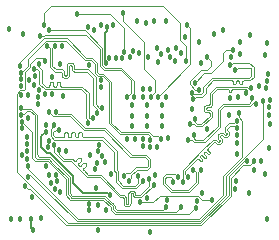
<source format=gbr>
G04 #@! TF.GenerationSoftware,KiCad,Pcbnew,5.0.2+dfsg1-1~bpo9+1*
G04 #@! TF.CreationDate,2019-10-21T14:30:37+02:00*
G04 #@! TF.ProjectId,zglue-dragon-adapter,7a676c75-652d-4647-9261-676f6e2d6164,rev?*
G04 #@! TF.SameCoordinates,Original*
G04 #@! TF.FileFunction,Copper,L3,Inr*
G04 #@! TF.FilePolarity,Positive*
%FSLAX46Y46*%
G04 Gerber Fmt 4.6, Leading zero omitted, Abs format (unit mm)*
G04 Created by KiCad (PCBNEW 5.0.2+dfsg1-1~bpo9+1) date Mon 21 Oct 2019 02:30:37 PM CEST*
%MOMM*%
%LPD*%
G01*
G04 APERTURE LIST*
G04 #@! TA.AperFunction,ViaPad*
%ADD10C,0.457000*%
G04 #@! TD*
G04 #@! TA.AperFunction,Conductor*
%ADD11C,0.110000*%
G04 #@! TD*
G04 #@! TA.AperFunction,Conductor*
%ADD12C,0.150000*%
G04 #@! TD*
G04 #@! TA.AperFunction,Conductor*
%ADD13C,0.100000*%
G04 #@! TD*
G04 APERTURE END LIST*
D10*
G04 #@! TO.N,GND*
X12550000Y-8920000D03*
X12550000Y-10720000D03*
X13800000Y-10720000D03*
X11300000Y-10720000D03*
X11300000Y-8920000D03*
X13800000Y-8920000D03*
X13800000Y-9820000D03*
X11300000Y-9820000D03*
X12550000Y-9820000D03*
X19000000Y-2520000D03*
X13150000Y-1820000D03*
X14150000Y-1820000D03*
X11650000Y-1820000D03*
X1920000Y-10860000D03*
X7710000Y-13160000D03*
X5680000Y-12820000D03*
X19440000Y-9750000D03*
X7660000Y-5490000D03*
X17140000Y-5350000D03*
X22610000Y-7470000D03*
X22220000Y-13630000D03*
X22540000Y-14740000D03*
X19525000Y-8295000D03*
X5325000Y-3920000D03*
X7530000Y-2270000D03*
X20020000Y-15980000D03*
X3302842Y-8227962D03*
X1892225Y-8096490D03*
X20230000Y-8250000D03*
X8630000Y-2110000D03*
X9640000Y-2150000D03*
X16796500Y-17027001D03*
X21630000Y-14380000D03*
X5190000Y-5400000D03*
X12760000Y-19620001D03*
X8727692Y-13206674D03*
X16310000Y-9226500D03*
X4480000Y-7982216D03*
X3983498Y-10593498D03*
X8397353Y-17377353D03*
X9523510Y-14760000D03*
X8300000Y-13790000D03*
G04 #@! TO.N,/CSI_D2_IN_P*
X10555500Y-14919442D03*
X4246500Y-9500000D03*
G04 #@! TO.N,/CSI_D2_IN_N*
X10974607Y-15334607D03*
X4853500Y-9500000D03*
G04 #@! TO.N,/CSI_D3_IN_N*
X11745393Y-14925393D03*
X5114607Y-11034607D03*
G04 #@! TO.N,/CSI_D4_IN_N*
X5114607Y-12734607D03*
X12685393Y-15205393D03*
G04 #@! TO.N,/CSI_D4_IN_P*
X4685393Y-12305393D03*
X13114607Y-15634607D03*
G04 #@! TO.N,/CSI_D4_OUT_N*
X15124607Y-14985393D03*
X17090000Y-14380000D03*
G04 #@! TO.N,/CSI_D3_OUT_N*
X15984607Y-14985393D03*
X20120000Y-10873500D03*
G04 #@! TO.N,/3V3_SYS*
X8950000Y-13690000D03*
X9078521Y-5371269D03*
X20140000Y-11450000D03*
X20172576Y-13022673D03*
X3600000Y-18430000D03*
X9120000Y-2320000D03*
X7644993Y-17811501D03*
G04 #@! TO.N,/CSI_D3_IN_P*
X12174607Y-15354607D03*
X4685393Y-10605393D03*
G04 #@! TO.N,/2V5*
X14190000Y-16930000D03*
X4500000Y-6490000D03*
X990000Y-18540000D03*
X2583500Y-6770000D03*
G04 #@! TO.N,/1V8*
X18040000Y-16906922D03*
X11980000Y-17120000D03*
G04 #@! TO.N,/CSI_D4_OUT_P*
X14695393Y-15414607D03*
X16460000Y-14380000D03*
G04 #@! TO.N,/CSI_D3_OUT_P*
X15555393Y-15414607D03*
X20120000Y-10266500D03*
G04 #@! TO.N,/1V2*
X13170000Y-14860000D03*
X12493112Y-16763112D03*
G04 #@! TO.N,/LED3_ISINK*
X13343438Y-12476562D03*
X16710000Y-17660000D03*
X1980000Y-10310000D03*
G04 #@! TO.N,/LED1_ISINK*
X12170000Y-12390000D03*
X14150000Y-17570000D03*
X1892445Y-9190000D03*
G04 #@! TO.N,Net-(U1-PadM3)*
X11500000Y-11750000D03*
G04 #@! TO.N,/TMS*
X12770000Y-11870000D03*
X1856490Y-6184810D03*
G04 #@! TO.N,/VSENSE*
X12160000Y-11750000D03*
G04 #@! TO.N,/1V8_SYS*
X2390000Y-13480000D03*
X20090000Y-15340000D03*
G04 #@! TO.N,/LED2_ISINK*
X12756275Y-12476215D03*
X15400000Y-17570000D03*
X1900000Y-9750000D03*
G04 #@! TO.N,/EXTCLK_EN*
X10868367Y-11750000D03*
X7583257Y-17283083D03*
G04 #@! TO.N,/TDO*
X13690000Y-11780000D03*
X1814989Y-5628390D03*
G04 #@! TO.N,/3V3*
X8483978Y-12263510D03*
X21130000Y-16390000D03*
X2720000Y-18541491D03*
X2840000Y-19448500D03*
X8200000Y-15920000D03*
G04 #@! TO.N,/TDI*
X3390000Y-7650000D03*
X17177472Y-16347472D03*
G04 #@! TO.N,/PC_RDY*
X8387700Y-12786738D03*
X5150000Y-16280000D03*
G04 #@! TO.N,/TCK*
X20160000Y-12110000D03*
X1856490Y-6720000D03*
G04 #@! TO.N,/CSI_D2_OUT_N*
X16045393Y-11874607D03*
X21790000Y-8790000D03*
G04 #@! TO.N,/EXT_CLK*
X4410000Y-15540000D03*
X8110000Y-14340000D03*
G04 #@! TO.N,/I2C_0_SCL*
X14321498Y-11730000D03*
X4232064Y-11938786D03*
G04 #@! TO.N,/CSI_D2_OUT_P*
X16474607Y-11445393D03*
X21420000Y-8300000D03*
G04 #@! TO.N,/PWR_BTN*
X2451479Y-9990000D03*
G04 #@! TO.N,/I2C_0_SDA*
X17653618Y-10900000D03*
X2400000Y-11570000D03*
X4137647Y-12462353D03*
G04 #@! TO.N,/CSI_D1_IN_N*
X7505393Y-10444607D03*
X3000000Y-5850000D03*
G04 #@! TO.N,/CSI_D1_OUT_N*
X16195393Y-10504607D03*
X20930000Y-7920000D03*
G04 #@! TO.N,/CSI_D1_IN_P*
X7934607Y-10015393D03*
X3420000Y-5420000D03*
G04 #@! TO.N,/CSI_CLK_IN_P*
X8764607Y-9125393D03*
X4710000Y-3890000D03*
G04 #@! TO.N,/CSI_CLK_IN_N*
X8335393Y-9554607D03*
X4080000Y-3890000D03*
G04 #@! TO.N,/CSI_CLK_OUT_N*
X19974607Y-5974607D03*
X16376444Y-7882942D03*
G04 #@! TO.N,/CTRL_SO*
X22354377Y-8565698D03*
X2451479Y-14980000D03*
G04 #@! TO.N,/CTRL_SI*
X20320000Y-9580000D03*
X2451479Y-14040000D03*
G04 #@! TO.N,/CSI_OE*
X16570000Y-7020000D03*
X19830000Y-4220000D03*
G04 #@! TO.N,/CTRL_SCK*
X21590000Y-13680000D03*
X2970000Y-7220000D03*
X2210030Y-15769970D03*
X5458807Y-8151381D03*
G04 #@! TO.N,/CSI_CLK_OUT_P*
X16460000Y-8423500D03*
X19545393Y-5545393D03*
G04 #@! TO.N,/1V2_SYS_A*
X3963500Y-11160000D03*
X9094875Y-17769671D03*
X9410000Y-16481500D03*
X3273029Y-8779529D03*
G04 #@! TO.N,Net-(U1-PadD8)*
X14125000Y-8205000D03*
G04 #@! TO.N,/ULPM_WAKE*
X10875000Y-8220000D03*
X3500000Y-3020000D03*
G04 #@! TO.N,/PIO3*
X15850000Y-5210000D03*
X3850000Y-2120000D03*
G04 #@! TO.N,/2V5_SYS*
X3900000Y-7970000D03*
X3950000Y-14050000D03*
G04 #@! TO.N,/CSI_CLK_FP_N*
X16942947Y-7626529D03*
X17610000Y-4840000D03*
G04 #@! TO.N,/CSI_CLK_FP_P*
X8630000Y-7340000D03*
X16901453Y-3592653D03*
X8020000Y-2586500D03*
G04 #@! TO.N,/CSI_INT*
X13475000Y-8200000D03*
X2000000Y-2920000D03*
X3040000Y-6460000D03*
X15930000Y-2160000D03*
G04 #@! TO.N,/CTRL_OUT*
X11870000Y-4510000D03*
G04 #@! TO.N,/USB_D_N*
X13480000Y-5220000D03*
X4795075Y-14828425D03*
G04 #@! TO.N,/USB_D_P*
X13680000Y-4610000D03*
X4238075Y-14828425D03*
G04 #@! TO.N,/DBG_TX*
X15020000Y-4090000D03*
X1856490Y-7319481D03*
G04 #@! TO.N,/PROC_SCK*
X12175000Y-7525000D03*
X19650000Y-4820000D03*
X18225000Y-2922479D03*
G04 #@! TO.N,/MIPI_SEL*
X12850000Y-8225000D03*
X10460000Y-1100000D03*
G04 #@! TO.N,/PROC_SI*
X12825000Y-7525000D03*
X20400000Y-3570000D03*
G04 #@! TO.N,/PROC_OUT_0*
X10412988Y-4893263D03*
G04 #@! TO.N,/PROC_OUT_1*
X9870000Y-4910000D03*
G04 #@! TO.N,/I2C_1_SDA*
X14896480Y-5153657D03*
X2390000Y-12800000D03*
G04 #@! TO.N,/PROC_OUT_2*
X9330000Y-4890000D03*
G04 #@! TO.N,/USB_DET*
X11377176Y-4309597D03*
X2780000Y-16660000D03*
G04 #@! TO.N,/CTRL_SS*
X8599687Y-6808853D03*
X20960000Y-13660000D03*
X3926500Y-5180000D03*
G04 #@! TO.N,/PIO1*
X11475000Y-8215000D03*
X4200000Y-2591490D03*
G04 #@! TO.N,/CTRL_RST*
X12175000Y-8210000D03*
G04 #@! TO.N,/I2C_1_SCL*
X15400000Y-4520000D03*
X2400000Y-12190000D03*
X15762245Y-3108520D03*
G04 #@! TO.N,/1V2_SYS_B*
X8410000Y-19468500D03*
X22710000Y-18520000D03*
X12460000Y-1950000D03*
G04 #@! TO.N,/DONE*
X14460334Y-4827751D03*
X22870000Y-12560000D03*
X21225037Y-2944963D03*
G04 #@! TO.N,/DBG_RX*
X14310000Y-4210000D03*
X2420820Y-8034694D03*
G04 #@! TO.N,/PIO2*
X10600000Y-4390000D03*
X6580000Y-1170000D03*
G04 #@! TO.N,/PROC_SS*
X13340000Y-4100000D03*
X22025000Y-7320000D03*
G04 #@! TO.N,/PROC_RST*
X11120000Y-4820000D03*
G04 #@! TO.N,/PROC_SO*
X12596490Y-4820000D03*
X20400000Y-4570000D03*
G04 #@! TO.N,/VUSB*
X4906397Y-15348649D03*
X4707640Y-15980949D03*
G04 #@! TO.N,/1V2_SYS*
X1920000Y-13150000D03*
X880000Y-2500000D03*
X1780000Y-18541490D03*
G04 #@! TO.N,/CSI_D1_OUT_P*
X16624607Y-10075393D03*
X21380000Y-7470000D03*
G04 #@! TO.N,/E_PROC_SI*
X22710000Y-3690000D03*
G04 #@! TO.N,/E_PROC_SO*
X22560000Y-4690000D03*
G04 #@! TO.N,/E_PROC_SCK*
X22750000Y-6240000D03*
G04 #@! TO.N,/E_PROC_SS*
X22700000Y-6910000D03*
G04 #@! TO.N,/E_CTRL_SI*
X22920000Y-8500000D03*
G04 #@! TO.N,/E_CTRL_SO*
X22900000Y-9110000D03*
G04 #@! TO.N,/E_CTRL_SCK*
X22890000Y-9770000D03*
G04 #@! TO.N,/E_CTRL_SS*
X22940000Y-10490000D03*
G04 #@! TD*
D11*
G04 #@! TO.N,/CSI_D2_IN_P*
X11069057Y-14690943D02*
X10783999Y-14690943D01*
X11595000Y-14165000D02*
X11069057Y-14690943D01*
X6026517Y-9865011D02*
X7216506Y-11055000D01*
X7216506Y-11055000D02*
X8866506Y-11055000D01*
X4611511Y-9865011D02*
X6026517Y-9865011D01*
X12395000Y-13315000D02*
X12620000Y-13540000D01*
X12620000Y-14050000D02*
X12505000Y-14165000D01*
X10783999Y-14690943D02*
X10555500Y-14919442D01*
X4246500Y-9500000D02*
X4611511Y-9865011D01*
X12620000Y-13540000D02*
X12620000Y-14050000D01*
X8866506Y-11055000D02*
X11126506Y-13315000D01*
X12505000Y-14165000D02*
X11595000Y-14165000D01*
X11126506Y-13315000D02*
X12395000Y-13315000D01*
G04 #@! TO.N,/CSI_D2_IN_N*
X11667542Y-14375000D02*
X11203106Y-14839436D01*
X11203106Y-14839436D02*
X11203106Y-15106108D01*
X4853500Y-9500000D02*
X5033500Y-9680000D01*
X12556645Y-14375000D02*
X11667542Y-14375000D01*
X5033500Y-9680000D02*
X6138494Y-9680000D01*
X11203106Y-15106108D02*
X10974607Y-15334607D01*
X8953494Y-10845000D02*
X11238483Y-13129989D01*
X12805011Y-14126634D02*
X12556645Y-14375000D01*
X12471634Y-13129989D02*
X12805011Y-13463366D01*
X12805011Y-13463366D02*
X12805011Y-14126634D01*
X11238483Y-13129989D02*
X12471634Y-13129989D01*
X7303494Y-10845000D02*
X8953494Y-10845000D01*
X6138494Y-9680000D02*
X7303494Y-10845000D01*
G04 #@! TO.N,/CSI_D3_IN_N*
X6645082Y-11600146D02*
X6673523Y-11582275D01*
X6546621Y-11611240D02*
X6580000Y-11615000D01*
X6144854Y-11263694D02*
X6162725Y-11235253D01*
X6514917Y-11600146D02*
X6546621Y-11611240D01*
X4791460Y-11034607D02*
X4605000Y-11221067D01*
X6486476Y-11582275D02*
X6514917Y-11600146D01*
X6415145Y-11263694D02*
X6426239Y-11295398D01*
X6462725Y-11558524D02*
X6486476Y-11582275D01*
X5826239Y-11295398D02*
X5830000Y-11328776D01*
X5614917Y-11193631D02*
X5646621Y-11182537D01*
X6433760Y-11498379D02*
X6444854Y-11530083D01*
X6426239Y-11295398D02*
X6430000Y-11328776D01*
X6280000Y-11178776D02*
X6313378Y-11182537D01*
X6246621Y-11182537D02*
X6280000Y-11178776D01*
X5886476Y-11582275D02*
X5914917Y-11600146D01*
X6345082Y-11193631D02*
X6373523Y-11211502D01*
X6162725Y-11235253D02*
X6186476Y-11211502D01*
X6133760Y-11295398D02*
X6144854Y-11263694D01*
X6126239Y-11498379D02*
X6130000Y-11465000D01*
X6744854Y-11263694D02*
X6762725Y-11235253D01*
X5914917Y-11600146D02*
X5946621Y-11611240D01*
X5680000Y-11178776D02*
X5713378Y-11182537D01*
X6430000Y-11465000D02*
X6433760Y-11498379D01*
X5862725Y-11558524D02*
X5886476Y-11582275D01*
X5980000Y-11615000D02*
X6013378Y-11611240D01*
X6313378Y-11182537D02*
X6345082Y-11193631D01*
X5830000Y-11328776D02*
X5830000Y-11465000D01*
X6115145Y-11530083D02*
X6126239Y-11498379D01*
X5713378Y-11182537D02*
X5745082Y-11193631D01*
X6097274Y-11558524D02*
X6115145Y-11530083D01*
X5815145Y-11263694D02*
X5826239Y-11295398D01*
X5530000Y-11328776D02*
X5533760Y-11295398D01*
X6762725Y-11235253D02*
X6786476Y-11211502D01*
X5797274Y-11235253D02*
X5815145Y-11263694D01*
X5773523Y-11211502D02*
X5797274Y-11235253D01*
X6397274Y-11235253D02*
X6415145Y-11263694D01*
X6373523Y-11211502D02*
X6397274Y-11235253D01*
X5830000Y-11465000D02*
X5833760Y-11498379D01*
X5515145Y-11530083D02*
X5526239Y-11498379D01*
X5646621Y-11182537D02*
X5680000Y-11178776D01*
X4605000Y-11221067D02*
X4605000Y-11476506D01*
X6130000Y-11465000D02*
X6130000Y-11328776D01*
X6430000Y-11328776D02*
X6430000Y-11465000D01*
X5497274Y-11558524D02*
X5515145Y-11530083D01*
X5833760Y-11498379D02*
X5844854Y-11530083D01*
X6673523Y-11582275D02*
X6697274Y-11558524D01*
X5844854Y-11530083D02*
X5862725Y-11558524D01*
X5745082Y-11193631D02*
X5773523Y-11211502D01*
X6697274Y-11558524D02*
X6715145Y-11530083D01*
X6073523Y-11582275D02*
X6097274Y-11558524D01*
X4743494Y-11615000D02*
X5380000Y-11615000D01*
X4605000Y-11476506D02*
X4743494Y-11615000D01*
X6045082Y-11600146D02*
X6073523Y-11582275D01*
X6186476Y-11211502D02*
X6214917Y-11193631D01*
X11745393Y-15504607D02*
X11745393Y-14925393D01*
X6013378Y-11611240D02*
X6045082Y-11600146D01*
X5114607Y-11034607D02*
X4791460Y-11034607D01*
X5445082Y-11600146D02*
X5473523Y-11582275D01*
X11515000Y-15735000D02*
X11745393Y-15504607D01*
X6214917Y-11193631D02*
X6246621Y-11182537D01*
X7086476Y-11582275D02*
X7114917Y-11600146D01*
X5586476Y-11211502D02*
X5614917Y-11193631D01*
X8783494Y-11615000D02*
X9975000Y-12806506D01*
X6580000Y-11615000D02*
X6613378Y-11611240D01*
X5413378Y-11611240D02*
X5445082Y-11600146D01*
X5946621Y-11611240D02*
X5980000Y-11615000D01*
X6613378Y-11611240D02*
X6645082Y-11600146D01*
X6444854Y-11530083D02*
X6462725Y-11558524D01*
X6726239Y-11498379D02*
X6730000Y-11465000D01*
X6130000Y-11328776D02*
X6133760Y-11295398D01*
X5533760Y-11295398D02*
X5544854Y-11263694D01*
X7044854Y-11530083D02*
X7062725Y-11558524D01*
X7180000Y-11615000D02*
X8783494Y-11615000D01*
X5530000Y-11465000D02*
X5530000Y-11328776D01*
X7062725Y-11558524D02*
X7086476Y-11582275D01*
X5562725Y-11235253D02*
X5586476Y-11211502D01*
X5380000Y-11615000D02*
X5413378Y-11611240D01*
X5473523Y-11582275D02*
X5497274Y-11558524D01*
X5526239Y-11498379D02*
X5530000Y-11465000D01*
X6846621Y-11182537D02*
X6880000Y-11178776D01*
X5544854Y-11263694D02*
X5562725Y-11235253D01*
X6715145Y-11530083D02*
X6726239Y-11498379D01*
X6733760Y-11295398D02*
X6744854Y-11263694D01*
X6730000Y-11465000D02*
X6730000Y-11328776D01*
X6730000Y-11328776D02*
X6733760Y-11295398D01*
X6786476Y-11211502D02*
X6814917Y-11193631D01*
X6814917Y-11193631D02*
X6846621Y-11182537D01*
X6880000Y-11178776D02*
X6913378Y-11182537D01*
X6913378Y-11182537D02*
X6945082Y-11193631D01*
X6945082Y-11193631D02*
X6973523Y-11211502D01*
X6973523Y-11211502D02*
X6997274Y-11235253D01*
X6997274Y-11235253D02*
X7015145Y-11263694D01*
X7015145Y-11263694D02*
X7026239Y-11295398D01*
X7026239Y-11295398D02*
X7030000Y-11328776D01*
X7030000Y-11328776D02*
X7030000Y-11465000D01*
X7033760Y-11498379D02*
X7044854Y-11530083D01*
X7030000Y-11465000D02*
X7033760Y-11498379D01*
X7114917Y-11600146D02*
X7146621Y-11611240D01*
X7146621Y-11611240D02*
X7180000Y-11615000D01*
X9975000Y-12806506D02*
X9975000Y-14419263D01*
X9975000Y-14419263D02*
X10067022Y-14511285D01*
X10067022Y-14511285D02*
X10067022Y-15278528D01*
X10067022Y-15278528D02*
X10523494Y-15735000D01*
X10523494Y-15735000D02*
X11515000Y-15735000D01*
G04 #@! TO.N,/CSI_D4_IN_N*
X12685393Y-15774607D02*
X12685393Y-15205393D01*
X11950000Y-16510000D02*
X12685393Y-15774607D01*
X11556088Y-16510000D02*
X11950000Y-16510000D01*
X11549193Y-16507588D02*
X11551290Y-16508905D01*
X11546125Y-16503740D02*
X11547442Y-16505837D01*
X11526735Y-16314952D02*
X11540398Y-16353999D01*
X11504725Y-16279924D02*
X11526735Y-16314952D01*
X11440446Y-16228663D02*
X11475474Y-16250673D01*
X11059593Y-16228663D02*
X11098640Y-16215000D01*
X10995314Y-16279924D02*
X11024565Y-16250673D01*
X10973304Y-16314952D02*
X10995314Y-16279924D01*
X10955010Y-17199632D02*
X10955010Y-16395107D01*
X10952252Y-17224109D02*
X10955010Y-17199632D01*
X10944116Y-17247359D02*
X10952252Y-17224109D01*
X10931011Y-17268215D02*
X10944116Y-17247359D01*
X10913593Y-17285633D02*
X10931011Y-17268215D01*
X10845010Y-17309632D02*
X10869487Y-17306874D01*
X10759008Y-17268215D02*
X10776426Y-17285633D01*
X10745903Y-17247359D02*
X10759008Y-17268215D01*
X10735010Y-17199632D02*
X10737767Y-17224109D01*
X10735010Y-16787963D02*
X10735010Y-17199632D01*
X10674367Y-16614656D02*
X10707482Y-16667359D01*
X10630353Y-16570642D02*
X10674367Y-16614656D01*
X10577650Y-16537527D02*
X10630353Y-16570642D01*
X10457046Y-16510000D02*
X10518899Y-16516969D01*
X10737767Y-17224109D02*
X10745903Y-17247359D01*
X7177022Y-14438528D02*
X7563494Y-14825000D01*
X7134030Y-14349256D02*
X7141505Y-14382003D01*
X7134030Y-14315666D02*
X7134030Y-14349256D01*
X7141505Y-14282919D02*
X7134030Y-14315666D01*
X7156078Y-14252655D02*
X7141505Y-14282919D01*
X7177021Y-14226395D02*
X7156078Y-14252655D01*
X7338463Y-14064952D02*
X7177021Y-14226395D01*
X7381453Y-13975680D02*
X7373980Y-14008428D01*
X7381454Y-13942092D02*
X7381453Y-13975680D01*
X7373979Y-13909344D02*
X7381454Y-13942092D01*
X11139748Y-16210368D02*
X11360291Y-16210368D01*
X7359406Y-13879082D02*
X7373979Y-13909344D01*
X7338463Y-13852820D02*
X7359406Y-13879082D01*
X7312203Y-13831879D02*
X7338463Y-13852820D01*
X7281939Y-13817304D02*
X7312203Y-13831879D01*
X10707482Y-16667359D02*
X10728040Y-16726110D01*
X7249192Y-13809829D02*
X7281939Y-13817304D01*
X7126331Y-13852820D02*
X7152593Y-13831879D01*
X10290000Y-16510000D02*
X10457046Y-16510000D01*
X6964890Y-14014264D02*
X7126331Y-13852820D01*
X6938628Y-14035206D02*
X6964890Y-14014264D01*
X11545030Y-16395107D02*
X11545030Y-16498942D01*
X7563494Y-14825000D02*
X8605000Y-14825000D01*
X7373980Y-14008428D02*
X7359405Y-14038690D01*
X6949715Y-13485080D02*
X6957190Y-13517828D01*
X5114607Y-12734607D02*
X5114607Y-13057754D01*
X6451354Y-13632990D02*
X6484100Y-13625515D01*
X11545307Y-16501403D02*
X11546125Y-16503740D01*
X7359405Y-14038690D02*
X7338463Y-14064952D01*
X11401399Y-16215000D02*
X11440446Y-16228663D01*
X8605000Y-14825000D02*
X10290000Y-16510000D01*
X10728040Y-16726110D02*
X10735010Y-16787963D01*
X10892737Y-17298738D02*
X10913593Y-17285633D01*
X10959641Y-16353999D02*
X10973304Y-16314952D01*
X6173494Y-13435000D02*
X6328494Y-13590000D01*
X7215602Y-13809829D02*
X7249192Y-13809829D01*
X6949716Y-13584164D02*
X6935141Y-13614426D01*
X6385018Y-13625516D02*
X6417764Y-13632989D01*
X6857675Y-13393040D02*
X6887939Y-13407615D01*
X11551290Y-16508905D02*
X11553627Y-16509723D01*
X7152593Y-13831879D02*
X7182855Y-13817304D01*
X7182855Y-13817304D02*
X7215602Y-13809829D01*
X6842028Y-14057253D02*
X6875618Y-14057254D01*
X10955010Y-16395107D02*
X10959641Y-16353999D01*
X11475474Y-16250673D02*
X11504725Y-16279924D01*
X11098640Y-16215000D02*
X11139748Y-16210368D01*
X6957189Y-13551416D02*
X6949716Y-13584164D01*
X10797282Y-17298738D02*
X10820532Y-17306874D01*
X10820532Y-17306874D02*
X10845010Y-17309632D01*
X11547442Y-16505837D02*
X11549193Y-16507588D01*
X6702067Y-13428556D02*
X6728329Y-13407615D01*
X11545030Y-16498942D02*
X11545307Y-16501403D01*
X7141505Y-14382003D02*
X7156078Y-14412265D01*
X6779018Y-14035205D02*
X6809282Y-14049780D01*
X5114607Y-13057754D02*
X5491853Y-13435000D01*
X6728329Y-13407615D02*
X6758591Y-13393040D01*
X5491853Y-13435000D02*
X6173494Y-13435000D01*
X6328494Y-13590000D02*
X6354754Y-13610941D01*
X10518899Y-16516969D02*
X10577650Y-16537527D01*
X6354754Y-13610941D02*
X6385018Y-13625516D01*
X6417764Y-13632989D02*
X6451354Y-13632990D01*
X7156078Y-14412265D02*
X7177022Y-14438528D01*
X6484100Y-13625515D02*
X6514364Y-13610942D01*
X6514364Y-13610942D02*
X6540626Y-13590000D01*
X6824928Y-13385565D02*
X6857675Y-13393040D01*
X6540626Y-13590000D02*
X6702067Y-13428556D01*
X10776426Y-17285633D02*
X10797282Y-17298738D01*
X6758591Y-13393040D02*
X6791338Y-13385565D01*
X6791338Y-13385565D02*
X6824928Y-13385565D01*
X6887939Y-13407615D02*
X6914199Y-13428556D01*
X6709766Y-13891402D02*
X6709766Y-13924992D01*
X11360291Y-16210368D02*
X11401399Y-16215000D01*
X6914199Y-13428556D02*
X6935142Y-13454818D01*
X10869487Y-17306874D02*
X10892737Y-17298738D01*
X6935142Y-13454818D02*
X6949715Y-13485080D01*
X6957190Y-13517828D02*
X6957189Y-13551416D01*
X6935141Y-13614426D02*
X6914199Y-13640688D01*
X6709766Y-13924992D02*
X6717241Y-13957739D01*
X6914199Y-13640688D02*
X6752757Y-13802131D01*
X6717241Y-13957739D02*
X6731814Y-13988001D01*
X11540398Y-16353999D02*
X11545030Y-16395107D01*
X6752757Y-13802131D02*
X6731814Y-13828391D01*
X6731814Y-13828391D02*
X6717241Y-13858655D01*
X6717241Y-13858655D02*
X6709766Y-13891402D01*
X6731814Y-13988001D02*
X6752758Y-14014264D01*
X6752758Y-14014264D02*
X6779018Y-14035205D01*
X11024565Y-16250673D02*
X11059593Y-16228663D01*
X6809282Y-14049780D02*
X6842028Y-14057253D01*
X6875618Y-14057254D02*
X6908364Y-14049779D01*
X11553627Y-16509723D02*
X11556088Y-16510000D01*
X6908364Y-14049779D02*
X6938628Y-14035206D01*
G04 #@! TO.N,/CSI_D4_IN_P*
X11357607Y-16399542D02*
X11358924Y-16401639D01*
X11400324Y-16625455D02*
X11429575Y-16654706D01*
X11348962Y-16395378D02*
X11351422Y-16395656D01*
X11141115Y-16401639D02*
X11142432Y-16399542D01*
X11144183Y-16397791D02*
X11146280Y-16396474D01*
X11140020Y-16406436D02*
X11140297Y-16403976D01*
X11079377Y-17389985D02*
X11112492Y-17337282D01*
X11353759Y-16396474D02*
X11355856Y-16397791D01*
X11358924Y-16401639D02*
X11359742Y-16403976D01*
X11146280Y-16396474D02*
X11148617Y-16395656D01*
X11035363Y-17433999D02*
X11079377Y-17389985D01*
X10610642Y-17389985D02*
X10654656Y-17433999D01*
X11355856Y-16397791D02*
X11357607Y-16399542D01*
X10577527Y-17337282D02*
X10610642Y-17389985D01*
X11140020Y-17216678D02*
X11140020Y-16406436D01*
X10923909Y-17487672D02*
X10982660Y-17467114D01*
X10862056Y-17494642D02*
X10923909Y-17487672D01*
X11151078Y-16395378D02*
X11348962Y-16395378D01*
X10547242Y-16780532D02*
X10550000Y-16805010D01*
X8553356Y-15035000D02*
X10213366Y-16695011D01*
X11351422Y-16395656D02*
X11353759Y-16396474D01*
X11133050Y-17278531D02*
X11140020Y-17216678D01*
X10487727Y-16705903D02*
X10508583Y-16719008D01*
X10654656Y-17433999D02*
X10707359Y-17467114D01*
X7476506Y-15035000D02*
X8553356Y-15035000D01*
X10827963Y-17494642D02*
X10862056Y-17494642D01*
X10556969Y-17278531D02*
X10577527Y-17337282D01*
X11378314Y-16590427D02*
X11400324Y-16625455D01*
X4685393Y-12305393D02*
X4685393Y-12895393D01*
X5435000Y-13645000D02*
X6086506Y-13645000D01*
X11359742Y-16403976D02*
X11360020Y-16406436D01*
X11148617Y-16395656D02*
X11151078Y-16395378D01*
X10508583Y-16719008D02*
X10526001Y-16736426D01*
X10526001Y-16736426D02*
X10539106Y-16757282D01*
X10539106Y-16757282D02*
X10547242Y-16780532D01*
X10550000Y-16805010D02*
X10550000Y-17216678D01*
X11140297Y-16403976D02*
X11141115Y-16401639D01*
X10766110Y-17487672D02*
X10827963Y-17494642D01*
X10464477Y-16697767D02*
X10487727Y-16705903D01*
X10707359Y-17467114D02*
X10766110Y-17487672D01*
X11360020Y-16406436D02*
X11360020Y-16510272D01*
X11360020Y-16510272D02*
X11364651Y-16551380D01*
X10440000Y-16695010D02*
X10464477Y-16697767D01*
X11429575Y-16654706D02*
X11464603Y-16676716D01*
X11464603Y-16676716D02*
X11503650Y-16690379D01*
X11544758Y-16695010D02*
X12054203Y-16695011D01*
X11142432Y-16399542D02*
X11144183Y-16397791D01*
X11503650Y-16690379D02*
X11544758Y-16695010D01*
X12054203Y-16695011D02*
X13114607Y-15634607D01*
X10213366Y-16695011D02*
X10440000Y-16695010D01*
X10550000Y-17216678D02*
X10556969Y-17278531D01*
X11112492Y-17337282D02*
X11133050Y-17278531D01*
X10982660Y-17467114D02*
X11035363Y-17433999D01*
X11364651Y-16551380D02*
X11378314Y-16590427D01*
X4685393Y-12895393D02*
X5435000Y-13645000D01*
X6086506Y-13645000D02*
X7476506Y-15035000D01*
G04 #@! TO.N,/CSI_D4_OUT_N*
X13865000Y-15598151D02*
X14551860Y-16285011D01*
X14551860Y-16285011D02*
X16103483Y-16285011D01*
X16875000Y-15513494D02*
X16875000Y-14553500D01*
X16103483Y-16285011D02*
X16875000Y-15513494D01*
X13865000Y-15026506D02*
X13865000Y-15598151D01*
X14896108Y-14756894D02*
X14134612Y-14756894D01*
X15124607Y-14985393D02*
X14896108Y-14756894D01*
X14134612Y-14756894D02*
X13865000Y-15026506D01*
X16875000Y-14553500D02*
X17048500Y-14380000D01*
G04 #@! TO.N,/CSI_D3_OUT_N*
X15765393Y-14766179D02*
X15984607Y-14985393D01*
X15765393Y-14483101D02*
X15765393Y-14766179D01*
X16745119Y-13503376D02*
X16639054Y-13609440D01*
X16786571Y-13477332D02*
X16764378Y-13488019D01*
X16810585Y-13471850D02*
X16786571Y-13477332D01*
X16859231Y-13477333D02*
X16835217Y-13471850D01*
X16881424Y-13488020D02*
X16859231Y-13477333D01*
X17043334Y-13646030D02*
X16900682Y-13503378D01*
X17062592Y-13661388D02*
X17043334Y-13646030D01*
X17084786Y-13672075D02*
X17062592Y-13661388D01*
X17108801Y-13677556D02*
X17084786Y-13672075D01*
X17133433Y-13677556D02*
X17108801Y-13677556D01*
X17157446Y-13672076D02*
X17133433Y-13677556D01*
X17179640Y-13661387D02*
X17157446Y-13672076D01*
X17224943Y-13604578D02*
X17214256Y-13626771D01*
X17230425Y-13580564D02*
X17224943Y-13604578D01*
X17230425Y-13555932D02*
X17230425Y-13580564D01*
X17198897Y-13490467D02*
X17214255Y-13509725D01*
X17056244Y-13347814D02*
X17198897Y-13490467D01*
X17030199Y-13306363D02*
X17040888Y-13328555D01*
X17024718Y-13282348D02*
X17030199Y-13306363D01*
X17024718Y-13257716D02*
X17024718Y-13282348D01*
X17030200Y-13233701D02*
X17024718Y-13257716D01*
X17040887Y-13211509D02*
X17030200Y-13233701D01*
X17056244Y-13192250D02*
X17040887Y-13211509D01*
X17075503Y-13176894D02*
X17056244Y-13192250D01*
X17040888Y-13328555D02*
X17056244Y-13347814D01*
X17097696Y-13166207D02*
X17075503Y-13176894D01*
X17121710Y-13160725D02*
X17097696Y-13166207D01*
X19311327Y-11600853D02*
X19256090Y-11627453D01*
X19489443Y-11394100D02*
X19462841Y-11449339D01*
X18721432Y-11569968D02*
X18725447Y-11587559D01*
X19315400Y-10957956D02*
X19315400Y-10976000D01*
X17536068Y-13293453D02*
X17525381Y-13315646D01*
X19319416Y-10940363D02*
X19315400Y-10957956D01*
X19319415Y-10993591D02*
X19327244Y-11009848D01*
X19489443Y-11213246D02*
X19503084Y-11273020D01*
X17468571Y-13360951D02*
X17444558Y-13366431D01*
X19462842Y-11158009D02*
X19489443Y-11213246D01*
X19315400Y-10976000D02*
X19319415Y-10993591D01*
X18208386Y-12051395D02*
X18192129Y-12059225D01*
X17352013Y-13017430D02*
X17367369Y-13036689D01*
X19424616Y-11110075D02*
X19462842Y-11158009D01*
X17198898Y-13646029D02*
X17179640Y-13661387D01*
X17386628Y-12865769D02*
X17367369Y-12881125D01*
X17214256Y-13626771D02*
X17198898Y-13646029D01*
X18277869Y-12059225D02*
X18261612Y-12051396D01*
X19424615Y-11497273D02*
X19412743Y-11509144D01*
X17646968Y-12635466D02*
X17646968Y-12660098D01*
X16639054Y-13609440D02*
X15765393Y-14483101D01*
X18602349Y-12235065D02*
X18541041Y-12235064D01*
X19196317Y-11641097D02*
X19135009Y-11641096D01*
X16835217Y-13471850D02*
X16810585Y-13471850D01*
X19921500Y-10675000D02*
X19573494Y-10675000D01*
X18261612Y-12051396D02*
X18244021Y-12047380D01*
X19359261Y-11562627D02*
X19311327Y-11600853D01*
X17731051Y-13055306D02*
X17707036Y-13049825D01*
X19503085Y-11334328D02*
X19489443Y-11394100D01*
X17646968Y-12660098D02*
X17652449Y-12684113D01*
X17224942Y-13531918D02*
X17230425Y-13555932D01*
X17214255Y-13509725D02*
X17224942Y-13531918D01*
X17341324Y-12995238D02*
X17352013Y-13017430D01*
X19412743Y-11509144D02*
X19359261Y-11562627D01*
X18837989Y-11453412D02*
X18819945Y-11453413D01*
X17510023Y-13334904D02*
X17490765Y-13350262D01*
X17541550Y-13269439D02*
X17536068Y-13293453D01*
X17665584Y-13023780D02*
X17522932Y-12881128D01*
X19503084Y-11273020D02*
X19503085Y-11334328D01*
X18725448Y-11534331D02*
X18721432Y-11551924D01*
X17146342Y-13160725D02*
X17121710Y-13160725D01*
X18378097Y-12156594D02*
X18291977Y-12070474D01*
X18178021Y-12070475D02*
X18150558Y-12097937D01*
X17367369Y-12881125D02*
X17352012Y-12900384D01*
X19573494Y-10675000D02*
X19338494Y-10910000D01*
X18771989Y-11476507D02*
X18744526Y-11503968D01*
X19338494Y-10910000D02*
X19327244Y-10924108D01*
X20120000Y-10873500D02*
X19921500Y-10675000D01*
X19462841Y-11449339D02*
X19424615Y-11497273D01*
X18868873Y-12043307D02*
X18830647Y-12091241D01*
X17408821Y-12855082D02*
X17386628Y-12865769D01*
X17211807Y-13192253D02*
X17192549Y-13176895D01*
X17525381Y-13315646D02*
X17510023Y-13334904D01*
X17395911Y-13360950D02*
X17373717Y-13350263D01*
X17847193Y-12982328D02*
X17836506Y-13004521D01*
X18819945Y-11453413D02*
X18802354Y-11457427D01*
X18830648Y-11704043D02*
X18868874Y-11751977D01*
X19256090Y-11627453D02*
X19196317Y-11641097D01*
X19135009Y-11641096D02*
X19075236Y-11627454D01*
X19327244Y-10924108D02*
X19319416Y-10940363D01*
X19075236Y-11627454D02*
X19019999Y-11600852D01*
X19019999Y-11600852D02*
X18972065Y-11562626D01*
X18972065Y-11562626D02*
X18885945Y-11476506D01*
X18885945Y-11476506D02*
X18871837Y-11465257D01*
X17707036Y-13049825D02*
X17684842Y-13039138D01*
X18871837Y-11465257D02*
X18855580Y-11457428D01*
X17836505Y-12887475D02*
X17847192Y-12909668D01*
X18855580Y-11457428D02*
X18837989Y-11453412D01*
X18802354Y-11457427D02*
X18786097Y-11465257D01*
X18150558Y-12097937D02*
X17678494Y-12570000D01*
X18744526Y-11503968D02*
X18733276Y-11518076D01*
X18733276Y-11518076D02*
X18725448Y-11534331D01*
X17490765Y-13350262D02*
X17468571Y-13360951D01*
X18721432Y-11551924D02*
X18721432Y-11569968D01*
X18725447Y-11587559D02*
X18733276Y-11603816D01*
X18733276Y-11603816D02*
X18744527Y-11617922D01*
X17847192Y-12909668D02*
X17852675Y-12933682D01*
X18744527Y-11617922D02*
X18830648Y-11704043D01*
X18868874Y-11751977D02*
X18895475Y-11807214D01*
X18909117Y-11928296D02*
X18895475Y-11988068D01*
X17341325Y-12922576D02*
X17335843Y-12946591D01*
X17503674Y-12865770D02*
X17481481Y-12855083D01*
X18895475Y-11988068D02*
X18868873Y-12043307D01*
X18830647Y-12091241D02*
X18818775Y-12103112D01*
X17852675Y-12958314D02*
X17847193Y-12982328D01*
X18765293Y-12156595D02*
X18717359Y-12194821D01*
X18291977Y-12070474D02*
X18277869Y-12059225D01*
X18717359Y-12194821D02*
X18662122Y-12221421D01*
X18786097Y-11465257D02*
X18771989Y-11476507D01*
X18662122Y-12221421D02*
X18602349Y-12235065D01*
X19338495Y-11023954D02*
X19424616Y-11110075D01*
X17192549Y-13176895D02*
X17170356Y-13166208D01*
X18541041Y-12235064D02*
X18481268Y-12221422D01*
X17663137Y-12589259D02*
X17652450Y-12611451D01*
X16764378Y-13488019D02*
X16745119Y-13503376D01*
X18481268Y-12221422D02*
X18426031Y-12194820D01*
X18426031Y-12194820D02*
X18378097Y-12156594D01*
X18244021Y-12047380D02*
X18225977Y-12047381D01*
X17536067Y-13220793D02*
X17541550Y-13244807D01*
X18225977Y-12047381D02*
X18208386Y-12051395D01*
X16900682Y-13503378D02*
X16881424Y-13488020D01*
X18192129Y-12059225D02*
X18178021Y-12070475D01*
X17678494Y-12570000D02*
X17663137Y-12589259D01*
X17652449Y-12684113D02*
X17663138Y-12706305D01*
X17481481Y-12855083D02*
X17457467Y-12849600D01*
X17663138Y-12706305D02*
X17678494Y-12725564D01*
X17678494Y-12725564D02*
X17821147Y-12868217D01*
X17821148Y-13023779D02*
X17801890Y-13039137D01*
X17541550Y-13244807D02*
X17541550Y-13269439D01*
X17652450Y-12611451D02*
X17646968Y-12635466D01*
X17852675Y-12933682D02*
X17852675Y-12958314D01*
X17836506Y-13004521D02*
X17821148Y-13023779D01*
X17801890Y-13039137D02*
X17779696Y-13049826D01*
X17525380Y-13198600D02*
X17536067Y-13220793D01*
X17779696Y-13049826D02*
X17755683Y-13055306D01*
X17755683Y-13055306D02*
X17731051Y-13055306D01*
X17684842Y-13039138D02*
X17665584Y-13023780D01*
X17522932Y-12881128D02*
X17503674Y-12865770D01*
X18909116Y-11866988D02*
X18909117Y-11928296D01*
X17457467Y-12849600D02*
X17432835Y-12849600D01*
X17432835Y-12849600D02*
X17408821Y-12855082D01*
X18818775Y-12103112D02*
X18765293Y-12156595D01*
X17352012Y-12900384D02*
X17341325Y-12922576D01*
X17335843Y-12946591D02*
X17335843Y-12971223D01*
X17335843Y-12971223D02*
X17341324Y-12995238D01*
X17367369Y-13036689D02*
X17510022Y-13179342D01*
X17510022Y-13179342D02*
X17525380Y-13198600D01*
X17444558Y-13366431D02*
X17419926Y-13366431D01*
X18895475Y-11807214D02*
X18909116Y-11866988D01*
X17419926Y-13366431D02*
X17395911Y-13360950D01*
X17821147Y-12868217D02*
X17836505Y-12887475D01*
X17373717Y-13350263D02*
X17354459Y-13334905D01*
X17354459Y-13334905D02*
X17211807Y-13192253D01*
X19327244Y-11009848D02*
X19338495Y-11023954D01*
X17170356Y-13166208D02*
X17146342Y-13160725D01*
D12*
G04 #@! TO.N,/3V3_SYS*
X8951499Y-2811648D02*
X9120000Y-2643147D01*
X9120000Y-2643147D02*
X9120000Y-2320000D01*
X8951499Y-5244247D02*
X8951499Y-2811648D01*
X9078521Y-5371269D02*
X8951499Y-5244247D01*
D11*
G04 #@! TO.N,/CSI_D3_IN_P*
X8696506Y-11825000D02*
X9765000Y-12893494D01*
X4395000Y-10895786D02*
X4395000Y-11563494D01*
X9882011Y-14587919D02*
X9882011Y-15390505D01*
X9765000Y-14470908D02*
X9882011Y-14587919D01*
X4656506Y-11825000D02*
X8696506Y-11825000D01*
X11584214Y-15945000D02*
X11946108Y-15583106D01*
X4685393Y-10605393D02*
X4395000Y-10895786D01*
X4395000Y-11563494D02*
X4656506Y-11825000D01*
X10436506Y-15945000D02*
X11584214Y-15945000D01*
X9765000Y-12893494D02*
X9765000Y-14470908D01*
X9882011Y-15390505D02*
X10436506Y-15945000D01*
X11946108Y-15583106D02*
X12174607Y-15354607D01*
D13*
G04 #@! TO.N,/1V8*
X18040000Y-16906922D02*
X17213740Y-16906922D01*
X13070000Y-17120000D02*
X11980000Y-17120000D01*
X17213740Y-16906922D02*
X16883317Y-16576499D01*
X16883317Y-16576499D02*
X13613501Y-16576499D01*
X13613501Y-16576499D02*
X13070000Y-17120000D01*
D11*
G04 #@! TO.N,/CSI_D4_OUT_P*
X15991506Y-16100000D02*
X16665000Y-15426506D01*
X14075000Y-15546506D02*
X14628494Y-16100000D01*
X14526507Y-14965000D02*
X14223494Y-14965000D01*
X14695393Y-15133886D02*
X14526507Y-14965000D01*
X16665000Y-15426506D02*
X16665000Y-14553500D01*
X14223494Y-14965000D02*
X14075000Y-15113494D01*
X14695393Y-15414607D02*
X14695393Y-15133886D01*
X14075000Y-15113494D02*
X14075000Y-15546506D01*
X16665000Y-14553500D02*
X16491500Y-14380000D01*
X14628494Y-16100000D02*
X15991506Y-16100000D01*
G04 #@! TO.N,/CSI_D3_OUT_P*
X19174686Y-11425355D02*
X19156642Y-11425355D01*
X19108687Y-11402260D02*
X19022567Y-11316140D01*
X15555393Y-14396113D02*
X15555393Y-15414607D01*
X18029530Y-11921981D02*
X18002064Y-11949443D01*
X18325428Y-11845281D02*
X18265654Y-11831640D01*
X18204346Y-11831639D02*
X18144574Y-11845281D01*
X18041401Y-11910109D02*
X18029530Y-11921981D01*
X18380665Y-11871882D02*
X18325428Y-11845281D01*
X18519333Y-11651373D02*
X18545934Y-11706610D01*
X18528826Y-12007479D02*
X18514719Y-11996228D01*
X18689361Y-11871028D02*
X18693375Y-11888621D01*
X19178128Y-11160576D02*
X19264249Y-11246697D01*
X18089335Y-11871883D02*
X18041401Y-11910109D01*
X18919396Y-11251313D02*
X18859622Y-11237672D01*
X18598308Y-12015308D02*
X18580718Y-12019323D01*
X18670282Y-11954619D02*
X18628673Y-11996229D01*
X18859622Y-11237672D02*
X18798314Y-11237671D01*
X18681532Y-11940511D02*
X18670282Y-11954619D01*
X19287344Y-11312695D02*
X19283328Y-11330288D01*
X19139902Y-11112642D02*
X19178128Y-11160576D01*
X19222641Y-11402261D02*
X19208534Y-11413511D01*
X19283328Y-11330288D02*
X19275500Y-11346543D01*
X19264250Y-11360651D02*
X19222641Y-11402261D01*
X18545934Y-11706610D02*
X18584160Y-11754544D01*
X19287343Y-11294653D02*
X19287344Y-11312695D01*
X18002064Y-11949443D02*
X17397855Y-12553651D01*
X18635369Y-11316141D02*
X18623498Y-11328013D01*
X18614566Y-12007479D02*
X18598308Y-12015308D01*
X18584160Y-11754544D02*
X18670281Y-11840665D01*
X18505691Y-11530290D02*
X18505690Y-11591600D01*
X19156642Y-11425355D02*
X19139050Y-11421340D01*
X18681532Y-11854771D02*
X18689361Y-11871028D01*
X19283329Y-11277060D02*
X19287343Y-11294653D01*
X18683303Y-11277915D02*
X18635369Y-11316141D01*
X18584161Y-11367346D02*
X18545935Y-11415280D01*
X19208534Y-11413511D02*
X19192276Y-11421340D01*
X18738542Y-11251313D02*
X18683303Y-11277915D01*
X19139903Y-10821312D02*
X19113301Y-10876551D01*
X20120000Y-10266500D02*
X19921500Y-10465000D01*
X19113301Y-11057405D02*
X19139902Y-11112642D01*
X18628673Y-11996229D02*
X18614566Y-12007479D01*
X18514719Y-11996228D02*
X18428599Y-11910108D01*
X18798314Y-11237671D02*
X18738542Y-11251313D01*
X19139050Y-11421340D02*
X19122794Y-11413511D01*
X18562674Y-12019323D02*
X18545082Y-12015308D01*
X19122794Y-11413511D02*
X19108687Y-11402260D01*
X18545082Y-12015308D02*
X18528826Y-12007479D01*
X19192276Y-11421340D02*
X19174686Y-11425355D01*
X18265654Y-11831640D02*
X18204346Y-11831639D01*
X18689360Y-11924256D02*
X18681532Y-11940511D01*
X19022567Y-11316140D02*
X18974633Y-11277914D01*
X18623498Y-11328013D02*
X18584161Y-11367346D01*
X18693375Y-11888621D02*
X18693376Y-11906663D01*
X18580718Y-12019323D02*
X18562674Y-12019323D01*
X19486506Y-10465000D02*
X19178129Y-10773378D01*
X18974633Y-11277914D02*
X18919396Y-11251313D01*
X19178129Y-10773378D02*
X19139903Y-10821312D01*
X18670281Y-11840665D02*
X18681532Y-11854771D01*
X19113301Y-10876551D02*
X19099659Y-10936322D01*
X18545935Y-11415280D02*
X18519333Y-11470519D01*
X18505690Y-11591600D02*
X18519333Y-11651373D01*
X18428599Y-11910108D02*
X18380665Y-11871882D01*
X18519333Y-11470519D02*
X18505691Y-11530290D01*
X17397855Y-12553651D02*
X15555393Y-14396113D01*
X18693376Y-11906663D02*
X18689360Y-11924256D01*
X19275500Y-11260803D02*
X19283329Y-11277060D01*
X19921500Y-10465000D02*
X19486506Y-10465000D01*
X19099658Y-10997632D02*
X19113301Y-11057405D01*
X19264249Y-11246697D02*
X19275500Y-11260803D01*
X19099659Y-10936322D02*
X19099658Y-10997632D01*
X18144574Y-11845281D02*
X18089335Y-11871883D01*
X19275500Y-11346543D02*
X19264250Y-11360651D01*
D13*
G04 #@! TO.N,/LED3_ISINK*
X16074990Y-18145010D02*
X16700000Y-17520000D01*
X15225000Y-18145010D02*
X16074990Y-18145010D01*
X15225000Y-18145010D02*
X15348172Y-18145010D01*
X2782003Y-11170000D02*
X1900000Y-10287997D01*
X2782003Y-13402003D02*
X2782003Y-11170000D01*
X5660000Y-15170168D02*
X4169832Y-13680000D01*
X5660000Y-16540000D02*
X5660000Y-15170168D01*
X4169832Y-13680000D02*
X3060000Y-13680000D01*
X3060000Y-13680000D02*
X2782003Y-13402003D01*
X6040020Y-16920020D02*
X5660000Y-16540000D01*
X6040020Y-16920020D02*
X8830020Y-16920020D01*
X8830020Y-16920020D02*
X9470000Y-17560000D01*
X9470000Y-17560000D02*
X9470000Y-17760000D01*
X10720000Y-18145010D02*
X10595010Y-18145010D01*
X9855010Y-18145010D02*
X10720000Y-18145010D01*
X9470000Y-17760000D02*
X9855010Y-18145010D01*
X15225000Y-18145010D02*
X10720000Y-18145010D01*
G04 #@! TO.N,/LED1_ISINK*
X2730000Y-9250000D02*
X3190000Y-9710000D01*
X2044500Y-9250000D02*
X2730000Y-9250000D01*
X1900000Y-9105500D02*
X2044500Y-9250000D01*
X3190000Y-12080000D02*
X3190000Y-12113066D01*
X3190000Y-9710000D02*
X3190000Y-12080000D01*
X6010020Y-16380020D02*
X6200000Y-16570000D01*
X3190000Y-12080000D02*
X3190000Y-13080000D01*
X6010020Y-15025186D02*
X6010020Y-16380020D01*
X3190000Y-13080000D02*
X3410000Y-13300000D01*
X3410000Y-13300000D02*
X4284834Y-13300000D01*
X4284834Y-13300000D02*
X6010020Y-15025186D01*
X14150000Y-17570000D02*
X14120000Y-17570000D01*
X14120000Y-17570000D02*
X13910000Y-17780000D01*
X10000000Y-17780000D02*
X9830000Y-17610000D01*
X9830000Y-17610000D02*
X9827500Y-17610000D01*
X13910000Y-17780000D02*
X10000000Y-17780000D01*
X9820018Y-17602518D02*
X9820018Y-17415017D01*
X9827500Y-17610000D02*
X9820018Y-17602518D01*
X6200000Y-16570000D02*
X6992856Y-16570000D01*
X6992856Y-16570000D02*
X8975000Y-16570000D01*
X9565001Y-17160000D02*
X9665001Y-17260000D01*
X9565000Y-17160000D02*
X9617500Y-17212500D01*
X9565000Y-17160000D02*
X9565001Y-17160000D01*
X9665001Y-17260000D02*
X9645000Y-17240000D01*
X8975000Y-16570000D02*
X9565000Y-17160000D01*
X9820018Y-17415017D02*
X9665001Y-17260000D01*
G04 #@! TO.N,/TMS*
X7788182Y-5095000D02*
X7300000Y-5095000D01*
X8100000Y-5406818D02*
X7788182Y-5095000D01*
X8385352Y-6455352D02*
X8100000Y-6170000D01*
X7300000Y-5095000D02*
X5650000Y-3445000D01*
X12770000Y-11546853D02*
X12618147Y-11395000D01*
X12770000Y-11870000D02*
X12770000Y-11546853D01*
X9275000Y-10395000D02*
X9275000Y-6960984D01*
X12618147Y-11395000D02*
X10275000Y-11395000D01*
X8100000Y-6170000D02*
X8100000Y-5406818D01*
X10275000Y-11395000D02*
X9275000Y-10395000D01*
X8769368Y-6455352D02*
X8385352Y-6455352D01*
X9275000Y-6960984D02*
X8769368Y-6455352D01*
X2475000Y-5566300D02*
X2084989Y-5956311D01*
X2475000Y-4971818D02*
X2475000Y-5566300D01*
X5631499Y-3463501D02*
X3983317Y-3463501D01*
X2084989Y-5956311D02*
X1856490Y-6184810D01*
X3983317Y-3463501D02*
X2475000Y-4971818D01*
G04 #@! TO.N,/LED2_ISINK*
X2657509Y-9425011D02*
X3014989Y-9782491D01*
X2354989Y-9425011D02*
X2657509Y-9425011D01*
X1900000Y-9637503D02*
X2142497Y-9637503D01*
X3014989Y-9782491D02*
X3014989Y-13314989D01*
X3014989Y-13314989D02*
X3190000Y-13490000D01*
X4227333Y-13490000D02*
X4520000Y-13782668D01*
X3190000Y-13490000D02*
X4227333Y-13490000D01*
X4520000Y-13782668D02*
X5835010Y-15097677D01*
X2142497Y-9637503D02*
X2354989Y-9425011D01*
X5835010Y-15097677D02*
X5835010Y-16467510D01*
X6070000Y-16702500D02*
X6112510Y-16745010D01*
X5835010Y-16467510D02*
X6070000Y-16702500D01*
X15000000Y-17970000D02*
X15400000Y-17570000D01*
X9645008Y-17675008D02*
X9940000Y-17970000D01*
X6070000Y-16702500D02*
X6112508Y-16745008D01*
X6112508Y-16745008D02*
X8902508Y-16745008D01*
X8902508Y-16745008D02*
X9645008Y-17487508D01*
X9940000Y-17970000D02*
X15000000Y-17970000D01*
X9645008Y-17487508D02*
X9645008Y-17675008D01*
G04 #@! TO.N,/TDO*
X1814989Y-5305243D02*
X1814989Y-5628390D01*
X1814989Y-5228193D02*
X1814989Y-5305243D01*
X9525000Y-10395000D02*
X9522500Y-10395000D01*
X10350000Y-11220000D02*
X9525000Y-10395000D01*
X13022149Y-11551501D02*
X12690648Y-11220000D01*
X12690648Y-11220000D02*
X10350000Y-11220000D01*
X9522500Y-6960984D02*
X8841860Y-6280344D01*
X13461501Y-11551501D02*
X13022149Y-11551501D01*
X13690000Y-11780000D02*
X13461501Y-11551501D01*
X5749992Y-3269992D02*
X3773190Y-3269992D01*
X8275010Y-5334327D02*
X7860673Y-4919990D01*
X9522500Y-10395000D02*
X9522500Y-6960984D01*
X8841860Y-6280344D02*
X8485344Y-6280344D01*
X8485344Y-6280344D02*
X8275010Y-6070010D01*
X3773190Y-3269992D02*
X1814989Y-5228193D01*
X7860673Y-4919990D02*
X7399990Y-4919990D01*
X8275010Y-6070010D02*
X8275010Y-5334327D01*
X7399990Y-4919990D02*
X5749992Y-3269992D01*
D12*
G04 #@! TO.N,/3V3*
X2720000Y-19328500D02*
X2840000Y-19448500D01*
X2720000Y-18541491D02*
X2720000Y-19328500D01*
D11*
G04 #@! TO.N,/CSI_D2_OUT_N*
X21766930Y-8726930D02*
X21521563Y-8726930D01*
X19063494Y-8995000D02*
X18725000Y-9333494D01*
X21521563Y-8726930D02*
X21253493Y-8995000D01*
X21253493Y-8995000D02*
X19063494Y-8995000D01*
X18725000Y-10743494D02*
X18725000Y-9333494D01*
X17403494Y-12065000D02*
X18725000Y-10743494D01*
X16516507Y-12065000D02*
X17403494Y-12065000D01*
X16326114Y-11874607D02*
X16516507Y-12065000D01*
X16045393Y-11874607D02*
X16326114Y-11874607D01*
G04 #@! TO.N,/CSI_D2_OUT_P*
X16474607Y-11445393D02*
X16474607Y-11726114D01*
X16474607Y-11726114D02*
X16603493Y-11855000D01*
X16603493Y-11855000D02*
X17316506Y-11855000D01*
X17316506Y-11855000D02*
X18515000Y-10656506D01*
X18976506Y-8785000D02*
X18515000Y-9246506D01*
X18515000Y-10656506D02*
X18515000Y-9246506D01*
X21373070Y-8333070D02*
X21373070Y-8578437D01*
X21166507Y-8785000D02*
X18976506Y-8785000D01*
X21373070Y-8578437D02*
X21166507Y-8785000D01*
G04 #@! TO.N,/CSI_D1_IN_N*
X3013070Y-5826930D02*
X3258437Y-5826930D01*
X3258437Y-5826930D02*
X3425000Y-5993493D01*
X3425000Y-7113494D02*
X3876506Y-7565000D01*
X7385000Y-7973494D02*
X7385000Y-10043493D01*
X3425000Y-5993493D02*
X3425000Y-7113494D01*
X7505393Y-10163886D02*
X7505393Y-10444607D01*
X6976506Y-7565000D02*
X7385000Y-7973494D01*
X7385000Y-10043493D02*
X7505393Y-10163886D01*
X3876506Y-7565000D02*
X6976506Y-7565000D01*
G04 #@! TO.N,/CSI_D1_OUT_N*
X20871507Y-7550000D02*
X20963070Y-7641563D01*
X19790000Y-7550000D02*
X20871507Y-7550000D01*
X20963070Y-7641563D02*
X20963070Y-7886930D01*
X19765522Y-7552757D02*
X19790000Y-7550000D01*
X19721416Y-7573998D02*
X19742272Y-7560893D01*
X19690893Y-7612272D02*
X19703998Y-7591416D01*
X19680000Y-7660000D02*
X19682757Y-7635522D01*
X19669106Y-7756855D02*
X19677242Y-7733605D01*
X19656001Y-7777711D02*
X19669106Y-7756855D01*
X19638583Y-7795129D02*
X19656001Y-7777711D01*
X19617727Y-7808234D02*
X19638583Y-7795129D01*
X16476114Y-10504607D02*
X16686507Y-10715000D01*
X19545522Y-7816370D02*
X19570000Y-7819128D01*
X18045000Y-7973494D02*
X18468494Y-7550000D01*
X19374477Y-7552757D02*
X19397727Y-7560893D01*
X19680000Y-7709128D02*
X19680000Y-7660000D01*
X17821572Y-9087794D02*
X17882312Y-9066540D01*
X19742272Y-7560893D02*
X19765522Y-7552757D01*
X18045000Y-9883494D02*
X18045000Y-9602376D01*
X17575769Y-9294273D02*
X17560727Y-9279231D01*
X19682757Y-7635522D02*
X19690893Y-7612272D01*
X19501416Y-7795129D02*
X19522272Y-7808234D01*
X19677242Y-7733605D02*
X19680000Y-7709128D01*
X17982304Y-8986799D02*
X18016541Y-8932311D01*
X19703998Y-7591416D02*
X19721416Y-7573998D01*
X16686507Y-10715000D02*
X17213494Y-10715000D01*
X19436001Y-7591416D02*
X19449106Y-7612272D01*
X19397727Y-7560893D02*
X19418583Y-7573998D01*
X17542382Y-9168860D02*
X17549408Y-9148781D01*
X17882312Y-9343459D02*
X17821572Y-9322205D01*
X17575769Y-9115726D02*
X17593782Y-9104407D01*
X19594477Y-7816370D02*
X19617727Y-7808234D01*
X17635000Y-9095000D02*
X17757624Y-9095000D01*
X17757624Y-9315000D02*
X17635000Y-9315000D01*
X17936800Y-9032303D02*
X17982304Y-8986799D01*
X16195393Y-10504607D02*
X16476114Y-10504607D01*
X17593782Y-9104407D02*
X17613861Y-9097381D01*
X18045000Y-9602376D02*
X18037795Y-9538428D01*
X17882312Y-9066540D02*
X17936800Y-9032303D01*
X18037795Y-9538428D02*
X18016541Y-9477688D01*
X17613861Y-9312618D02*
X17593782Y-9305592D01*
X18016541Y-9477688D02*
X17982304Y-9423200D01*
X17982304Y-9423200D02*
X17936800Y-9377696D01*
X17635000Y-9315000D02*
X17613861Y-9312618D01*
X17936800Y-9377696D02*
X17882312Y-9343459D01*
X17593782Y-9305592D02*
X17575769Y-9294273D01*
X17213494Y-10715000D02*
X18045000Y-9883494D01*
X19460000Y-7709128D02*
X19462757Y-7733605D01*
X17549408Y-9261218D02*
X17542382Y-9241139D01*
X17542382Y-9241139D02*
X17540000Y-9220000D01*
X19483998Y-7777711D02*
X19501416Y-7795129D01*
X18045000Y-8807623D02*
X18045000Y-7973494D01*
X19570000Y-7819128D02*
X19594477Y-7816370D01*
X17560727Y-9279231D02*
X17549408Y-9261218D01*
X17540000Y-9220000D02*
X17540000Y-9190000D01*
X17540000Y-9190000D02*
X17542382Y-9168860D01*
X17549408Y-9148781D02*
X17560727Y-9130768D01*
X17560727Y-9130768D02*
X17575769Y-9115726D01*
X17613861Y-9097381D02*
X17635000Y-9095000D01*
X17757624Y-9095000D02*
X17821572Y-9087794D01*
X17821572Y-9322205D02*
X17757624Y-9315000D01*
X18016541Y-8932311D02*
X18037795Y-8871571D01*
X19418583Y-7573998D02*
X19436001Y-7591416D01*
X18468494Y-7550000D02*
X19350000Y-7550000D01*
X19350000Y-7550000D02*
X19374477Y-7552757D01*
X19470893Y-7756855D02*
X19483998Y-7777711D01*
X19449106Y-7612272D02*
X19457242Y-7635522D01*
X19457242Y-7635522D02*
X19460000Y-7660000D01*
X18037795Y-8871571D02*
X18045000Y-8807623D01*
X19460000Y-7660000D02*
X19460000Y-7709128D01*
X19462757Y-7733605D02*
X19470893Y-7756855D01*
X19522272Y-7808234D02*
X19545522Y-7816370D01*
G04 #@! TO.N,/CSI_D1_IN_P*
X7595000Y-9956507D02*
X7653886Y-10015393D01*
X7063494Y-7355000D02*
X7595000Y-7886506D01*
X5236476Y-7322275D02*
X5264917Y-7340146D01*
X5194854Y-7270083D02*
X5212725Y-7298524D01*
X5180000Y-7205000D02*
X5183760Y-7238379D01*
X5180000Y-7089513D02*
X5180000Y-7205000D01*
X5165145Y-7024431D02*
X5176239Y-7056135D01*
X5147274Y-6995990D02*
X5165145Y-7024431D01*
X5063378Y-6943274D02*
X5095082Y-6954368D01*
X5030000Y-6939513D02*
X5063378Y-6943274D01*
X5095082Y-6954368D02*
X5123523Y-6972239D01*
X4996621Y-6943274D02*
X5030000Y-6939513D01*
X4936476Y-6972239D02*
X4964917Y-6954368D01*
X5183760Y-7238379D02*
X5194854Y-7270083D01*
X4912725Y-6995990D02*
X4936476Y-6972239D01*
X4364917Y-6954368D02*
X4396621Y-6943274D01*
X4430000Y-6939513D02*
X4463378Y-6943274D01*
X4336476Y-6972239D02*
X4364917Y-6954368D01*
X5296621Y-7351240D02*
X5330000Y-7355000D01*
X4276239Y-7238379D02*
X4280000Y-7205000D01*
X4312725Y-6995990D02*
X4336476Y-6972239D01*
X7595000Y-7886506D02*
X7595000Y-9956507D01*
X4163378Y-7351240D02*
X4195082Y-7340146D01*
X4463378Y-6943274D02*
X4495082Y-6954368D01*
X4283760Y-7056135D02*
X4294854Y-7024431D01*
X5264917Y-7340146D02*
X5296621Y-7351240D01*
X4294854Y-7024431D02*
X4312725Y-6995990D01*
X4195082Y-7340146D02*
X4223523Y-7322275D01*
X4583760Y-7238379D02*
X4594854Y-7270083D01*
X5330000Y-7355000D02*
X7063494Y-7355000D01*
X4823523Y-7322275D02*
X4847274Y-7298524D01*
X4396621Y-6943274D02*
X4430000Y-6939513D01*
X3406930Y-5678437D02*
X3635000Y-5906507D01*
X3635000Y-7026506D02*
X3963494Y-7355000D01*
X4247274Y-7298524D02*
X4265145Y-7270083D01*
X3406930Y-5433070D02*
X3406930Y-5678437D01*
X5212725Y-7298524D02*
X5236476Y-7322275D01*
X3963494Y-7355000D02*
X4130000Y-7355000D01*
X4280000Y-7205000D02*
X4280000Y-7089513D01*
X4763378Y-7351240D02*
X4795082Y-7340146D01*
X4894854Y-7024431D02*
X4912725Y-6995990D01*
X4223523Y-7322275D02*
X4247274Y-7298524D01*
X5123523Y-6972239D02*
X5147274Y-6995990D01*
X4547274Y-6995990D02*
X4565145Y-7024431D01*
X5176239Y-7056135D02*
X5180000Y-7089513D01*
X4880000Y-7205000D02*
X4880000Y-7089513D01*
X4565145Y-7024431D02*
X4576239Y-7056135D01*
X4964917Y-6954368D02*
X4996621Y-6943274D01*
X4265145Y-7270083D02*
X4276239Y-7238379D01*
X4883760Y-7056135D02*
X4894854Y-7024431D01*
X4495082Y-6954368D02*
X4523523Y-6972239D01*
X3635000Y-5906507D02*
X3635000Y-7026506D01*
X4594854Y-7270083D02*
X4612725Y-7298524D01*
X4130000Y-7355000D02*
X4163378Y-7351240D01*
X4696621Y-7351240D02*
X4730000Y-7355000D01*
X4580000Y-7089513D02*
X4580000Y-7205000D01*
X4730000Y-7355000D02*
X4763378Y-7351240D01*
X4847274Y-7298524D02*
X4865145Y-7270083D01*
X4612725Y-7298524D02*
X4636476Y-7322275D01*
X4636476Y-7322275D02*
X4664917Y-7340146D01*
X4523523Y-6972239D02*
X4547274Y-6995990D01*
X4576239Y-7056135D02*
X4580000Y-7089513D01*
X4795082Y-7340146D02*
X4823523Y-7322275D01*
X4664917Y-7340146D02*
X4696621Y-7351240D01*
X4865145Y-7270083D02*
X4876239Y-7238379D01*
X7653886Y-10015393D02*
X7934607Y-10015393D01*
X4280000Y-7089513D02*
X4283760Y-7056135D01*
X4580000Y-7205000D02*
X4583760Y-7238379D01*
X4876239Y-7238379D02*
X4880000Y-7205000D01*
X4880000Y-7089513D02*
X4883760Y-7056135D01*
G04 #@! TO.N,/CSI_CLK_IN_P*
X6372757Y-5779478D02*
X6380893Y-5802728D01*
X5510000Y-6306593D02*
X5512757Y-6331070D01*
X6370000Y-5755000D02*
X6372757Y-5779478D01*
X6370000Y-5614917D02*
X6370000Y-5755000D01*
X5208490Y-5865000D02*
X5275582Y-5872559D01*
X6362440Y-5547825D02*
X6370000Y-5614917D01*
X5551416Y-6392594D02*
X5572272Y-6405699D01*
X6199310Y-5343266D02*
X6256478Y-5379187D01*
X6135582Y-5320967D02*
X6199310Y-5343266D01*
X6031509Y-5313407D02*
X6068490Y-5313407D01*
X6256478Y-5379187D02*
X6304220Y-5426929D01*
X5706001Y-6375176D02*
X5719106Y-6354320D01*
X5759858Y-5484097D02*
X5795779Y-5426929D01*
X5843521Y-5379187D02*
X5900689Y-5343266D01*
X5730000Y-5614917D02*
X5737559Y-5547825D01*
X5727242Y-6331070D02*
X5730000Y-6306593D01*
X6455522Y-5862243D02*
X6480000Y-5865000D01*
X6340141Y-5484097D02*
X6362440Y-5547825D01*
X5688583Y-6392594D02*
X5706001Y-6375176D01*
X5572272Y-6405699D02*
X5595522Y-6413835D01*
X5480141Y-6035689D02*
X5502440Y-6099417D01*
X7503494Y-5865000D02*
X8195000Y-6556506D01*
X5795779Y-5426929D02*
X5843521Y-5379187D01*
X6380893Y-5802728D02*
X6393998Y-5823584D01*
X5396478Y-5930779D02*
X5444220Y-5978521D01*
X5730000Y-6306593D02*
X5730000Y-5614917D01*
X5520893Y-6354320D02*
X5533998Y-6375176D01*
X5510000Y-6166509D02*
X5510000Y-6306593D01*
X4495000Y-5566506D02*
X4793494Y-5865000D01*
X6304220Y-5426929D02*
X6340141Y-5484097D01*
X5737559Y-5547825D02*
X5759858Y-5484097D01*
X5533998Y-6375176D02*
X5551416Y-6392594D01*
X5502440Y-6099417D02*
X5510000Y-6166509D01*
X5339310Y-5894858D02*
X5396478Y-5930779D01*
X5719106Y-6354320D02*
X5727242Y-6331070D01*
X5964417Y-5320967D02*
X6031509Y-5313407D01*
X5275582Y-5872559D02*
X5339310Y-5894858D01*
X5620000Y-6416593D02*
X5644477Y-6413835D01*
X5512757Y-6331070D02*
X5520893Y-6354320D01*
X4793494Y-5865000D02*
X5208490Y-5865000D01*
X6411416Y-5841002D02*
X6432272Y-5854107D01*
X5595522Y-6413835D02*
X5620000Y-6416593D01*
X6068490Y-5313407D02*
X6135582Y-5320967D01*
X5667727Y-6405699D02*
X5688583Y-6392594D01*
X6432272Y-5854107D02*
X6455522Y-5862243D01*
X5444220Y-5978521D02*
X5480141Y-6035689D01*
X6480000Y-5865000D02*
X7503494Y-5865000D01*
X8195000Y-6556506D02*
X8195000Y-8836507D01*
X6393998Y-5823584D02*
X6411416Y-5841002D01*
X8195000Y-8836507D02*
X8483886Y-9125393D01*
X8483886Y-9125393D02*
X8764607Y-9125393D01*
X5644477Y-6413835D02*
X5667727Y-6405699D01*
X5900689Y-5343266D02*
X5964417Y-5320967D01*
X4495000Y-4063500D02*
X4495000Y-5566506D01*
X4668500Y-3890000D02*
X4495000Y-4063500D01*
G04 #@! TO.N,/CSI_CLK_IN_N*
X8335393Y-9273886D02*
X8335393Y-9554607D01*
X7985000Y-8923493D02*
X8335393Y-9273886D01*
X7985000Y-6643494D02*
X7985000Y-8923493D01*
X6330689Y-6045142D02*
X6394417Y-6067441D01*
X6189858Y-5904311D02*
X6225779Y-5961479D01*
X6167559Y-5840583D02*
X6189858Y-5904311D01*
X6160000Y-5773491D02*
X6167559Y-5840583D01*
X6160000Y-5633407D02*
X6160000Y-5773491D01*
X6157242Y-5608930D02*
X6160000Y-5633407D01*
X5826478Y-6560813D02*
X5874220Y-6513071D01*
X5910141Y-6455903D02*
X5932440Y-6392175D01*
X5214477Y-6077757D02*
X5237727Y-6085893D01*
X6097727Y-5534301D02*
X6118583Y-5547406D01*
X7416506Y-6075000D02*
X7985000Y-6643494D01*
X6273521Y-6009221D02*
X6330689Y-6045142D01*
X5289106Y-6137272D02*
X5297242Y-6160522D01*
X6025522Y-5526165D02*
X6050000Y-5523407D01*
X4285000Y-5653494D02*
X4706506Y-6075000D01*
X5932440Y-6392175D02*
X5940000Y-6325083D01*
X5942757Y-5608930D02*
X5950893Y-5585680D01*
X6461509Y-6075000D02*
X7416506Y-6075000D01*
X5258583Y-6098998D02*
X5276001Y-6116416D01*
X6002272Y-5534301D02*
X6025522Y-5526165D01*
X5237727Y-6085893D02*
X5258583Y-6098998D01*
X4706506Y-6075000D02*
X5190000Y-6075000D01*
X5365779Y-6513071D02*
X5413521Y-6560813D01*
X5297242Y-6160522D02*
X5300000Y-6185000D01*
X5963998Y-5564824D02*
X5981416Y-5547406D01*
X6394417Y-6067441D02*
X6461509Y-6075000D01*
X5769310Y-6596734D02*
X5826478Y-6560813D01*
X6225779Y-5961479D02*
X6273521Y-6009221D01*
X5190000Y-6075000D02*
X5214477Y-6077757D01*
X5276001Y-6116416D02*
X5289106Y-6137272D01*
X5940000Y-6325083D02*
X5940000Y-5633407D01*
X5300000Y-6185000D02*
X5300000Y-6325083D01*
X5307559Y-6392175D02*
X5329858Y-6455903D01*
X6136001Y-5564824D02*
X6149106Y-5585680D01*
X5300000Y-6325083D02*
X5307559Y-6392175D01*
X5413521Y-6560813D02*
X5470689Y-6596734D01*
X5470689Y-6596734D02*
X5534417Y-6619033D01*
X5534417Y-6619033D02*
X5601509Y-6626593D01*
X5601509Y-6626593D02*
X5638490Y-6626593D01*
X5638490Y-6626593D02*
X5705582Y-6619033D01*
X5705582Y-6619033D02*
X5769310Y-6596734D01*
X5874220Y-6513071D02*
X5910141Y-6455903D01*
X5940000Y-5633407D02*
X5942757Y-5608930D01*
X5950893Y-5585680D02*
X5963998Y-5564824D01*
X5981416Y-5547406D02*
X6002272Y-5534301D01*
X5329858Y-6455903D02*
X5365779Y-6513071D01*
X6050000Y-5523407D02*
X6074477Y-5526165D01*
X6074477Y-5526165D02*
X6097727Y-5534301D01*
X6118583Y-5547406D02*
X6136001Y-5564824D01*
X6149106Y-5585680D02*
X6157242Y-5608930D01*
X4285000Y-4063500D02*
X4285000Y-5653494D01*
X4111500Y-3890000D02*
X4285000Y-4063500D01*
G04 #@! TO.N,/CSI_CLK_OUT_N*
X20203106Y-5746108D02*
X21316108Y-5746108D01*
X21316108Y-5746108D02*
X21370000Y-5800000D01*
X18066506Y-6615000D02*
X17301448Y-7380058D01*
X17115028Y-7985030D02*
X16478532Y-7985030D01*
X17301448Y-7380058D02*
X17301448Y-7798610D01*
X21175000Y-6615000D02*
X18066506Y-6615000D01*
X17301448Y-7798610D02*
X17115028Y-7985030D01*
X21370000Y-5800000D02*
X21370000Y-6420000D01*
X16478532Y-7985030D02*
X16376444Y-7882942D01*
X19974607Y-5974607D02*
X20203106Y-5746108D01*
X21370000Y-6420000D02*
X21175000Y-6615000D01*
D13*
G04 #@! TO.N,/CTRL_SO*
X19193750Y-14923752D02*
X19193750Y-16523751D01*
X3856500Y-16080000D02*
X2844999Y-15068499D01*
X3919317Y-16080000D02*
X3856500Y-16080000D01*
X19193750Y-16523751D02*
X16982491Y-18735011D01*
X22354377Y-11763125D02*
X19193750Y-14923752D01*
X6574327Y-18735010D02*
X3919317Y-16080000D01*
X16982491Y-18735011D02*
X6574327Y-18735010D01*
X22354377Y-8565698D02*
X22354377Y-11763125D01*
X2844999Y-15068499D02*
X2616500Y-14840000D01*
G04 #@! TO.N,/CTRL_SI*
X2370000Y-14220000D02*
X2370000Y-14150000D01*
X16910000Y-18560000D02*
X6710000Y-18560000D01*
X18930000Y-16540000D02*
X16910000Y-18560000D01*
X18930000Y-14940000D02*
X18930000Y-16540000D01*
X20320000Y-9580000D02*
X20320000Y-9943318D01*
X20320000Y-9943318D02*
X20600000Y-10223318D01*
X6710000Y-18560000D02*
X2370000Y-14220000D01*
X20600000Y-10223318D02*
X20600000Y-13270000D01*
X20600000Y-13270000D02*
X18930000Y-14940000D01*
G04 #@! TO.N,/CSI_OE*
X16570000Y-7020000D02*
X17370000Y-6220000D01*
X17370000Y-6220000D02*
X17930000Y-6220000D01*
X17930000Y-6220000D02*
X18980000Y-5170000D01*
X18980000Y-5170000D02*
X18980000Y-4470000D01*
X18980000Y-4470000D02*
X19230000Y-4220000D01*
X19230000Y-4220000D02*
X19830000Y-4220000D01*
G04 #@! TO.N,/CTRL_SCK*
X19627512Y-15055989D02*
X19627512Y-16584991D01*
X2618529Y-15998469D02*
X2438529Y-15998469D01*
X17127473Y-19085031D02*
X5705091Y-19085031D01*
X21256499Y-14013501D02*
X20670000Y-14013501D01*
X21590000Y-13680000D02*
X21256499Y-14013501D01*
X5705091Y-19085031D02*
X2618529Y-15998469D01*
X20670000Y-14013501D02*
X19627512Y-15055989D01*
X2438529Y-15998469D02*
X2210030Y-15769970D01*
X19627512Y-16584991D02*
X17127473Y-19085031D01*
D11*
G04 #@! TO.N,/CSI_CLK_OUT_P*
X21555011Y-5723366D02*
X21148539Y-5316894D01*
X21555011Y-6496634D02*
X21555011Y-5723366D01*
X20709959Y-6828384D02*
X20740000Y-6825000D01*
X20605000Y-6960000D02*
X20608384Y-6929959D01*
X20605000Y-6990000D02*
X20605000Y-6960000D01*
X20591630Y-7048574D02*
X20601615Y-7020040D01*
X20575547Y-7074171D02*
X20591630Y-7048574D01*
X20554171Y-7095547D02*
X20575547Y-7074171D01*
X20500040Y-7121615D02*
X20528574Y-7111630D01*
X20681425Y-6838369D02*
X20709959Y-6828384D01*
X20470000Y-7125000D02*
X20500040Y-7121615D01*
X20439959Y-7121615D02*
X20470000Y-7125000D01*
X20411425Y-7111630D02*
X20439959Y-7121615D01*
X20364452Y-7074171D02*
X20385828Y-7095547D01*
X20348369Y-7048574D02*
X20364452Y-7074171D01*
X20338384Y-7020040D02*
X20348369Y-7048574D01*
X19899959Y-7121615D02*
X19930000Y-7125000D01*
X20061615Y-7020040D02*
X20065000Y-6990000D01*
X19824452Y-7074171D02*
X19845828Y-7095547D01*
X20385828Y-7095547D02*
X20411425Y-7111630D01*
X19845828Y-7095547D02*
X19871425Y-7111630D01*
X20608384Y-6929959D02*
X20618369Y-6901425D01*
X19871425Y-7111630D02*
X19899959Y-7121615D01*
X19765547Y-6875828D02*
X19781630Y-6901425D01*
X20528574Y-7111630D02*
X20554171Y-7095547D01*
X19930000Y-7125000D02*
X19960040Y-7121615D01*
X19795000Y-6960000D02*
X19795000Y-6990000D01*
X20200000Y-6825000D02*
X20230040Y-6828384D01*
X19744171Y-6854452D02*
X19765547Y-6875828D01*
X19808369Y-7048574D02*
X19824452Y-7074171D01*
X19660000Y-6825000D02*
X19690040Y-6828384D01*
X20115828Y-6854452D02*
X20141425Y-6838369D01*
X17188494Y-8230000D02*
X17495000Y-7923494D01*
X16460000Y-8423500D02*
X16496500Y-8423500D01*
X17495000Y-7483494D02*
X18153494Y-6825000D01*
X19795000Y-6990000D02*
X19798384Y-7020040D01*
X19773892Y-5316894D02*
X19545393Y-5545393D01*
X18153494Y-6825000D02*
X19660000Y-6825000D01*
X16690000Y-8230000D02*
X17188494Y-8230000D01*
X19718574Y-6838369D02*
X19744171Y-6854452D01*
X19960040Y-7121615D02*
X19988574Y-7111630D01*
X20094452Y-6875828D02*
X20115828Y-6854452D01*
X19988574Y-7111630D02*
X20014171Y-7095547D01*
X21226645Y-6825000D02*
X21555011Y-6496634D01*
X20655828Y-6854452D02*
X20681425Y-6838369D01*
X20014171Y-7095547D02*
X20035547Y-7074171D01*
X20634452Y-6875828D02*
X20655828Y-6854452D01*
X20035547Y-7074171D02*
X20051630Y-7048574D01*
X20078369Y-6901425D02*
X20094452Y-6875828D01*
X19791615Y-6929959D02*
X19795000Y-6960000D01*
X20051630Y-7048574D02*
X20061615Y-7020040D01*
X20321630Y-6901425D02*
X20331615Y-6929959D01*
X20065000Y-6990000D02*
X20065000Y-6960000D01*
X20740000Y-6825000D02*
X21226645Y-6825000D01*
X20258574Y-6838369D02*
X20284171Y-6854452D01*
X20068384Y-6929959D02*
X20078369Y-6901425D01*
X20141425Y-6838369D02*
X20169959Y-6828384D01*
X16496500Y-8423500D02*
X16690000Y-8230000D01*
X20169959Y-6828384D02*
X20200000Y-6825000D01*
X20601615Y-7020040D02*
X20605000Y-6990000D01*
X19798384Y-7020040D02*
X19808369Y-7048574D01*
X20331615Y-6929959D02*
X20335000Y-6960000D01*
X20335000Y-6960000D02*
X20335000Y-6990000D01*
X20065000Y-6960000D02*
X20068384Y-6929959D01*
X20230040Y-6828384D02*
X20258574Y-6838369D01*
X19690040Y-6828384D02*
X19718574Y-6838369D01*
X20335000Y-6990000D02*
X20338384Y-7020040D01*
X21148539Y-5316894D02*
X19773892Y-5316894D01*
X20618369Y-6901425D02*
X20634452Y-6875828D01*
X19781630Y-6901425D02*
X19791615Y-6929959D01*
X20284171Y-6854452D02*
X20305547Y-6875828D01*
X17495000Y-7923494D02*
X17495000Y-7483494D01*
X20305547Y-6875828D02*
X20321630Y-6901425D01*
D12*
G04 #@! TO.N,/1V2_SYS_A*
X4280000Y-12960000D02*
X5500000Y-14180000D01*
X3963500Y-11160000D02*
X3590000Y-11533500D01*
X3590000Y-11533500D02*
X3590000Y-12450000D01*
X4100000Y-12960000D02*
X4280000Y-12960000D01*
X3590000Y-12450000D02*
X4100000Y-12960000D01*
X5500000Y-14180000D02*
X6070000Y-14750000D01*
X6070000Y-14750000D02*
X6270000Y-14950000D01*
X6270000Y-14950000D02*
X6270000Y-15490000D01*
X6270000Y-15490000D02*
X7030000Y-16250000D01*
X7110000Y-16330000D02*
X9010000Y-16330000D01*
X7030000Y-16250000D02*
X7110000Y-16330000D01*
X9010000Y-16330000D02*
X9190000Y-16330000D01*
X9341500Y-16481500D02*
X9410000Y-16481500D01*
X9190000Y-16330000D02*
X9341500Y-16481500D01*
D13*
G04 #@! TO.N,/ULPM_WAKE*
X8550000Y-4140000D02*
X7355000Y-2945000D01*
X8550000Y-5620000D02*
X8550000Y-4140000D01*
X8875000Y-5945000D02*
X8550000Y-5620000D01*
X10300000Y-5945000D02*
X8875000Y-5945000D01*
X10875000Y-8220000D02*
X11175000Y-7920000D01*
X11175000Y-6820000D02*
X10300000Y-5945000D01*
X11175000Y-7920000D02*
X11175000Y-6820000D01*
X3898147Y-2945000D02*
X4000000Y-2945000D01*
X3823147Y-3020000D02*
X3898147Y-2945000D01*
X3500000Y-3020000D02*
X3823147Y-3020000D01*
X7355000Y-2945000D02*
X4000000Y-2945000D01*
X4000000Y-2945000D02*
X3935000Y-2945000D01*
G04 #@! TO.N,/PIO3*
X15850000Y-3887500D02*
X15340000Y-3377500D01*
X15850000Y-5210000D02*
X15850000Y-3887500D01*
X15340000Y-3377500D02*
X15340000Y-2000000D01*
X15340000Y-2000000D02*
X13890000Y-550000D01*
X13890000Y-550000D02*
X4430000Y-550000D01*
X3850000Y-1130000D02*
X3850000Y-2120000D01*
X4430000Y-550000D02*
X3850000Y-1130000D01*
G04 #@! TO.N,/CSI_CLK_FP_N*
X16619800Y-7626529D02*
X16160000Y-7166729D01*
X16942947Y-7626529D02*
X16619800Y-7626529D01*
X16160000Y-7166729D02*
X16160000Y-6880000D01*
X16160000Y-6880000D02*
X17110000Y-5930000D01*
X17110000Y-5930000D02*
X17600000Y-5930000D01*
X17600000Y-5930000D02*
X17940000Y-5590000D01*
X17940000Y-5590000D02*
X17940000Y-5170000D01*
X17940000Y-5170000D02*
X17610000Y-4840000D01*
G04 #@! TO.N,/CSI_INT*
X16158499Y-2388499D02*
X15930000Y-2160000D01*
X16208499Y-2438499D02*
X16158499Y-2388499D01*
X13475000Y-8200000D02*
X16208499Y-5466501D01*
X16208499Y-5466501D02*
X16208499Y-2438499D01*
G04 #@! TO.N,/MIPI_SEL*
X13078499Y-7996501D02*
X12850000Y-8225000D01*
X12242989Y-5812989D02*
X13250000Y-6820000D01*
X13250000Y-6820000D02*
X13250000Y-7825000D01*
X10460000Y-1100000D02*
X10460000Y-1780000D01*
X10460000Y-1780000D02*
X12260000Y-3580000D01*
X13250000Y-7825000D02*
X13078499Y-7996501D01*
X12260000Y-4490000D02*
X12242989Y-4507011D01*
X12242989Y-4507011D02*
X12242989Y-5812989D01*
X12260000Y-3580000D02*
X12260000Y-4490000D01*
G04 #@! TO.N,/CTRL_SS*
X3698001Y-4951501D02*
X3926500Y-5180000D01*
X2650008Y-5399992D02*
X3098499Y-4951501D01*
X2650008Y-5703792D02*
X2650008Y-5399992D01*
X2089232Y-7672991D02*
X2210000Y-7552223D01*
X17054981Y-18910021D02*
X5850021Y-18910021D01*
X20960000Y-13660000D02*
X20705004Y-13660000D01*
X3098499Y-4951501D02*
X3698001Y-4951501D01*
X19452501Y-14912503D02*
X19452501Y-16512500D01*
X1538724Y-8266280D02*
X1538724Y-7944912D01*
X19452501Y-16512500D02*
X19368759Y-16596244D01*
X19368759Y-16596244D02*
X17054981Y-18910021D01*
X5850021Y-18910021D02*
X1538935Y-14598935D01*
X1538724Y-7944912D02*
X1810645Y-7672991D01*
X2210000Y-7552223D02*
X2210000Y-6143800D01*
X1538935Y-14598935D02*
X1538935Y-8266491D01*
X20705004Y-13660000D02*
X19452501Y-14912503D01*
X1810645Y-7672991D02*
X2089232Y-7672991D01*
X2210000Y-6143800D02*
X2650008Y-5703792D01*
X1538935Y-8266491D02*
X1538724Y-8266280D01*
G04 #@! TO.N,/PIO1*
X10372491Y-5769989D02*
X8947491Y-5769989D01*
X8725011Y-4067509D02*
X7248992Y-2591490D01*
X8947491Y-5769989D02*
X8725011Y-5547509D01*
X4523147Y-2591490D02*
X4200000Y-2591490D01*
X7248992Y-2591490D02*
X4523147Y-2591490D01*
X8725011Y-5547509D02*
X8725011Y-4067509D01*
X11475000Y-6872498D02*
X10372491Y-5769989D01*
X11475000Y-8215000D02*
X11475000Y-6872498D01*
G04 #@! TO.N,/PIO2*
X9390000Y-1170000D02*
X6580000Y-1170000D01*
X10600000Y-4390000D02*
X10600000Y-2380000D01*
X10600000Y-2380000D02*
X9390000Y-1170000D01*
D11*
G04 #@! TO.N,/CSI_D1_OUT_P*
X17832619Y-8811139D02*
X17835000Y-8790000D01*
X16624607Y-10356114D02*
X16773493Y-10505000D01*
X17617377Y-9525000D02*
X17553429Y-9517794D01*
X17799232Y-8864273D02*
X17814274Y-8849231D01*
X20958493Y-7340000D02*
X21111563Y-7493070D01*
X17740000Y-8885000D02*
X17761140Y-8882618D01*
X17781219Y-9534407D02*
X17761140Y-9527381D01*
X17617377Y-8885000D02*
X17740000Y-8885000D01*
X17392697Y-8993200D02*
X17438201Y-8947696D01*
X17358460Y-9047688D02*
X17392697Y-8993200D01*
X17799232Y-9545726D02*
X17781219Y-9534407D01*
X17835000Y-8790000D02*
X17835000Y-7886506D01*
X17392697Y-9416799D02*
X17358460Y-9362311D01*
X21111563Y-7493070D02*
X21356930Y-7493070D01*
X16773493Y-10505000D02*
X17126506Y-10505000D01*
X17825593Y-9578781D02*
X17814274Y-9560768D01*
X17781219Y-8875592D02*
X17799232Y-8864273D01*
X17814274Y-9560768D02*
X17799232Y-9545726D01*
X17814274Y-8849231D02*
X17825593Y-8831218D01*
X18381506Y-7340000D02*
X20958493Y-7340000D01*
X16624607Y-10075393D02*
X16624607Y-10356114D01*
X17761140Y-9527381D02*
X17740000Y-9525000D01*
X17126506Y-10505000D02*
X17835000Y-9796506D01*
X17330000Y-9237623D02*
X17330000Y-9172376D01*
X17438201Y-8947696D02*
X17492689Y-8913459D01*
X17835000Y-7886506D02*
X18381506Y-7340000D01*
X17492689Y-9496540D02*
X17438201Y-9462303D01*
X17761140Y-8882618D02*
X17781219Y-8875592D01*
X17358460Y-9362311D02*
X17337206Y-9301571D01*
X17825593Y-8831218D02*
X17832619Y-8811139D01*
X17330000Y-9172376D02*
X17337206Y-9108428D01*
X17553429Y-9517794D02*
X17492689Y-9496540D01*
X17835000Y-9620000D02*
X17832619Y-9598860D01*
X17337206Y-9108428D02*
X17358460Y-9047688D01*
X17835000Y-9796506D02*
X17835000Y-9620000D01*
X17337206Y-9301571D02*
X17330000Y-9237623D01*
X17740000Y-9525000D02*
X17617377Y-9525000D01*
X17832619Y-9598860D02*
X17825593Y-9578781D01*
X17492689Y-8913459D02*
X17553429Y-8892205D01*
X17553429Y-8892205D02*
X17617377Y-8885000D01*
X17438201Y-9462303D02*
X17392697Y-9416799D01*
G04 #@! TD*
M02*

</source>
